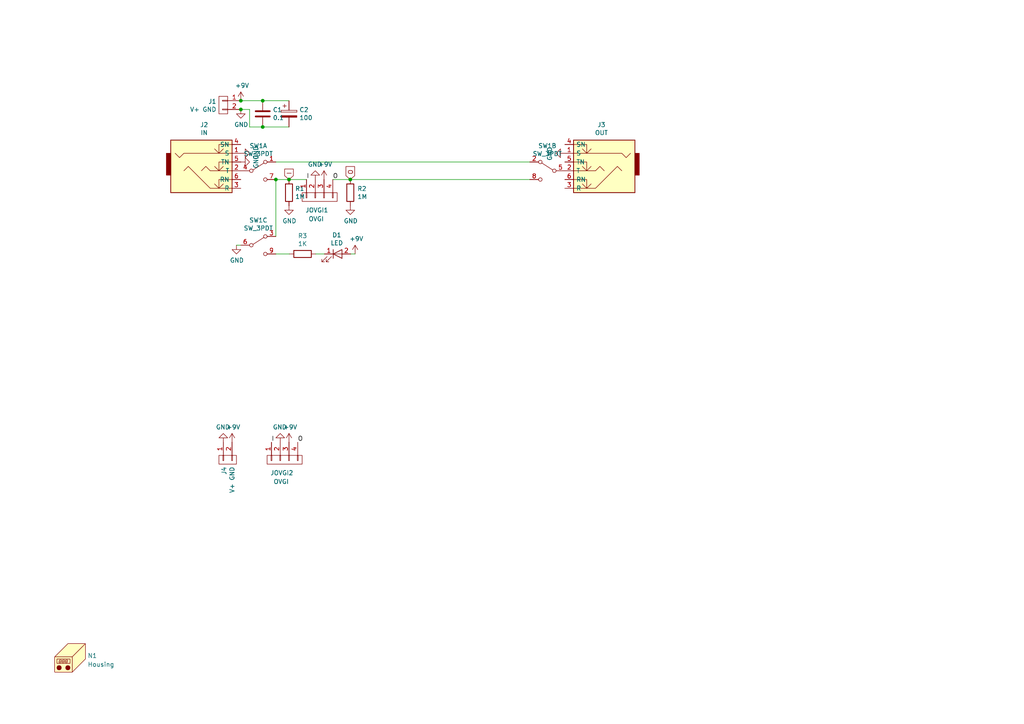
<source format=kicad_sch>
(kicad_sch (version 20230121) (generator eeschema)
  (paper "A4")
  (lib_symbols
    (symbol "1590B-rescue:C-device" (pin_numbers hide) (pin_names (offset 0.254))
      (property "Reference" "C" (at 0.635 2.54 0))
      (property "Value" "device:C" (at 0.635 -2.54 0))
      (symbol "C-device_0_1"
        (polyline (pts (xy -2.032 -0.762) (xy 2.032 -0.762)) (stroke (width 0.508)))
        (polyline (pts (xy -2.032 0.762) (xy 2.032 0.762)) (stroke (width 0.508)))
      )
      (symbol "C-device_1_1"
        (pin passive line (at 0 3.81 270) (length 2.794) (name "~") (number "1"))
        (pin passive line (at 0 -3.81 90) (length 2.794) (name "~") (number "2"))
      )
    )
    (symbol "1590B-rescue:CONN_01X02-conn" (pin_names (offset 1.016) hide)
      (property "Reference" "J" (at 0 3.81 0))
      (property "Value" "conn:CONN_01X02" (at 2.54 0 90))
      (symbol "CONN_01X02-conn_0_1"
        (rectangle (start -1.27 -1.143) (end 0.254 -1.397))
        (rectangle (start -1.27 1.397) (end 0.254 1.143))
        (rectangle (start -1.27 2.54) (end 1.27 -2.54))
      )
      (symbol "CONN_01X02-conn_1_1"
        (pin passive line (at -5.08 1.27 0) (length 3.81) (name "P1") (number "1"))
        (pin passive line (at -5.08 -1.27 0) (length 3.81) (name "P2") (number "2"))
      )
    )
    (symbol "1590B-rescue:CONN_01X04-conn" (pin_names (offset 1.016) hide)
      (property "Reference" "J" (at 0 6.35 0))
      (property "Value" "conn:CONN_01X04" (at 2.54 0 90))
      (symbol "CONN_01X04-conn_0_1"
        (rectangle (start -1.27 -3.683) (end 0.254 -3.937))
        (rectangle (start -1.27 -1.143) (end 0.254 -1.397))
        (rectangle (start -1.27 1.397) (end 0.254 1.143))
        (rectangle (start -1.27 3.937) (end 0.254 3.683))
        (rectangle (start -1.27 5.08) (end 1.27 -5.08))
      )
      (symbol "CONN_01X04-conn_1_1"
        (pin passive line (at -5.08 3.81 0) (length 3.81) (name "P1") (number "1"))
        (pin passive line (at -5.08 1.27 0) (length 3.81) (name "P2") (number "2"))
        (pin passive line (at -5.08 -1.27 0) (length 3.81) (name "P3") (number "3"))
        (pin passive line (at -5.08 -3.81 0) (length 3.81) (name "P4") (number "4"))
      )
    )
    (symbol "1590B-rescue:CP-device" (pin_numbers hide) (pin_names (offset 0.254))
      (property "Reference" "C" (at 0.635 2.54 0))
      (property "Value" "device:CP" (at 0.635 -2.54 0))
      (symbol "CP-device_0_1"
        (rectangle (start -2.286 0.508) (end -2.286 1.016))
        (rectangle (start -2.286 0.508) (end 2.286 0.508))
        (polyline (pts (xy -1.778 2.286) (xy -0.762 2.286)))
        (polyline (pts (xy -1.27 2.794) (xy -1.27 1.778)))
        (rectangle (start 2.286 -0.508) (end -2.286 -1.016) (fill (type outline)))
        (rectangle (start 2.286 1.016) (end -2.286 1.016))
        (rectangle (start 2.286 1.016) (end 2.286 0.508))
      )
      (symbol "CP-device_1_1"
        (pin passive line (at 0 3.81 270) (length 2.794) (name "~") (number "1"))
        (pin passive line (at 0 -3.81 90) (length 2.794) (name "~") (number "2"))
      )
    )
    (symbol "1590B-rescue:JACK_TRS_6PINS-conn" (pin_names (offset 0.762))
      (property "Reference" "J" (at 0 10.16 0))
      (property "Value" "conn:JACK_TRS_6PINS" (at -1.27 -7.62 0))
      (symbol "JACK_TRS_6PINS-conn_0_0"
        (polyline (pts (xy 3.81 -5.08) (xy 3.81 -2.54) (xy 7.62 -2.54)))
        (polyline (pts (xy 3.81 0) (xy 3.81 2.54) (xy 7.62 2.54)))
        (polyline (pts (xy 3.81 5.08) (xy 3.81 7.62) (xy 7.62 7.62)))
        (polyline (pts (xy -8.89 5.08) (xy -7.62 3.81) (xy -6.35 5.08) (xy 7.62 5.08)))
        (polyline (pts (xy -6.35 0) (xy -5.08 1.27) (xy 1.27 -5.08) (xy 7.62 -5.08)))
      )
      (symbol "JACK_TRS_6PINS-conn_0_1"
        (rectangle (start -11.43 5.08) (end -10.16 -1.27) (fill (type outline)))
        (polyline (pts (xy 1.27 0) (xy 7.62 0)))
        (polyline (pts (xy 1.27 0) (xy 0 1.27) (xy -1.27 0) (xy -1.27 0)))
        (polyline (pts (xy 2.54 -3.81) (xy 3.81 -5.08) (xy 5.08 -3.81) (xy 5.08 -3.81)))
        (polyline (pts (xy 2.54 1.27) (xy 3.81 0) (xy 5.08 1.27) (xy 5.08 1.27)))
        (polyline (pts (xy 2.54 6.35) (xy 3.81 5.08) (xy 5.08 6.35) (xy 5.08 6.35)))
        (rectangle (start 7.62 -6.35) (end -10.16 8.89) (stroke (width 0.254)) (fill (type background)))
      )
      (symbol "JACK_TRS_6PINS-conn_1_1"
        (pin passive line (at 10.16 5.08 180) (length 2.54) (name "S") (number "1"))
        (pin passive line (at 10.16 0 180) (length 2.54) (name "T") (number "2"))
        (pin passive line (at 10.16 -5.08 180) (length 2.54) (name "R") (number "3"))
        (pin passive line (at 10.16 7.62 180) (length 2.54) (name "SN") (number "4"))
        (pin passive line (at 10.16 2.54 180) (length 2.54) (name "TN") (number "5"))
        (pin passive line (at 10.16 -2.54 180) (length 2.54) (name "RN") (number "6"))
      )
    )
    (symbol "1590B-rescue:LED-device" (pin_names (offset 1.016) hide)
      (property "Reference" "D" (at 0 2.54 0))
      (property "Value" "device:LED" (at 0 -2.54 0))
      (symbol "LED-device_0_1"
        (polyline (pts (xy -1.27 -1.27) (xy -1.27 1.27)) (stroke (width 0.2032)))
        (polyline (pts (xy -1.27 0) (xy 1.27 0)))
        (polyline (pts (xy 1.27 -1.27) (xy 1.27 1.27) (xy -1.27 0) (xy 1.27 -1.27)) (stroke (width 0.2032)))
        (polyline (pts (xy -3.048 -0.762) (xy -4.572 -2.286) (xy -3.81 -2.286) (xy -4.572 -2.286) (xy -4.572 -1.524)))
        (polyline (pts (xy -1.778 -0.762) (xy -3.302 -2.286) (xy -2.54 -2.286) (xy -3.302 -2.286) (xy -3.302 -1.524)))
      )
      (symbol "LED-device_1_1"
        (pin passive line (at -3.81 0 0) (length 2.54) (name "K") (number "1"))
        (pin passive line (at 3.81 0 180) (length 2.54) (name "A") (number "2"))
      )
    )
    (symbol "1590B-rescue:R-device" (pin_numbers hide) (pin_names (offset 0))
      (property "Reference" "R" (at 2.032 0 90))
      (property "Value" "device:R" (at 0 0 90))
      (symbol "R-device_0_1"
        (rectangle (start -1.016 -2.54) (end 1.016 2.54) (stroke (width 0.254)))
      )
      (symbol "R-device_1_1"
        (pin passive line (at 0 3.81 270) (length 1.27) (name "~") (number "1"))
        (pin passive line (at 0 -3.81 90) (length 1.27) (name "~") (number "2"))
      )
    )
    (symbol "1590B-rescue:SW_3PDT-switches" (pin_names (offset 0) hide)
      (property "Reference" "SW" (at 0 4.318 0))
      (property "Value" "switches:SW_3PDT" (at 0 -5.08 0))
      (symbol "SW_3PDT-switches_0_0"
        (circle (center -2.032 0) (radius 0.508))
        (circle (center 2.032 -2.54) (radius 0.508))
      )
      (symbol "SW_3PDT-switches_0_1"
        (polyline (pts (xy -1.524 0.254) (xy 1.651 2.286)))
        (circle (center 2.032 2.54) (radius 0.508))
      )
      (symbol "SW_3PDT-switches_1_1"
        (pin passive line (at 5.08 2.54 180) (length 2.54) (name "A") (number "1"))
        (pin passive line (at -5.08 0 0) (length 2.54) (name "B") (number "4"))
        (pin passive line (at 5.08 -2.54 180) (length 2.54) (name "C") (number "7"))
      )
      (symbol "SW_3PDT-switches_2_1"
        (pin passive line (at 5.08 2.54 180) (length 2.54) (name "A") (number "2"))
        (pin passive line (at -5.08 0 0) (length 2.54) (name "B") (number "5"))
        (pin passive line (at 5.08 -2.54 180) (length 2.54) (name "C") (number "8"))
      )
      (symbol "SW_3PDT-switches_3_1"
        (pin passive line (at 5.08 2.54 180) (length 2.54) (name "A") (number "3"))
        (pin passive line (at -5.08 0 0) (length 2.54) (name "B") (number "6"))
        (pin passive line (at 5.08 -2.54 180) (length 2.54) (name "C") (number "9"))
      )
    )
    (symbol "Mechanical:Housing" (pin_names (offset 1.016))
      (property "Reference" "N" (at 3.81 0 0))
      (property "Value" "Housing" (at 3.81 -1.905 0))
      (symbol "Housing_0_1"
        (rectangle (start -5.08 -0.635) (end -1.27 -1.905))
        (circle (center -4.445 -3.175) (radius 0.635) (fill (type outline)))
        (circle (center -1.905 -3.175) (radius 0.635) (fill (type outline)))
        (polyline (pts (xy -4.5212 -1.5748) (xy -4.4704 -1.3716)))
        (polyline (pts (xy -4.4196 -1.6764) (xy -4.064 -1.6764)))
        (polyline (pts (xy -4.4196 -1.2192) (xy -4.3688 -0.9652)))
        (polyline (pts (xy -4.318 -1.3208) (xy -4.0132 -1.3208)))
        (polyline (pts (xy -4.2164 -0.9144) (xy -3.9116 -0.9144)))
        (polyline (pts (xy -3.9116 -1.6256) (xy -3.8608 -1.3716)))
        (polyline (pts (xy -3.81 -1.2192) (xy -3.7592 -0.9652)))
        (polyline (pts (xy -3.6068 -1.5748) (xy -3.556 -1.3716)))
        (polyline (pts (xy -3.5052 -1.6764) (xy -3.1496 -1.6764)))
        (polyline (pts (xy -3.5052 -1.2192) (xy -3.4544 -0.9652)))
        (polyline (pts (xy -3.4036 -1.3208) (xy -3.0988 -1.3208)))
        (polyline (pts (xy -3.302 -0.9144) (xy -2.9972 -0.9144)))
        (polyline (pts (xy -2.9972 -1.6256) (xy -2.9464 -1.3716)))
        (polyline (pts (xy -2.8956 -1.2192) (xy -2.8448 -0.9652)))
        (polyline (pts (xy -2.6924 -1.5748) (xy -2.6416 -1.3716)))
        (polyline (pts (xy -2.5908 -1.6764) (xy -2.2352 -1.6764)))
        (polyline (pts (xy -2.5908 -1.2192) (xy -2.54 -0.9652)))
        (polyline (pts (xy -2.4892 -1.3208) (xy -2.1844 -1.3208)))
        (polyline (pts (xy -2.3876 -0.9144) (xy -2.0828 -0.9144)))
        (polyline (pts (xy -2.0828 -1.6256) (xy -2.032 -1.3716)))
        (polyline (pts (xy -1.9812 -1.2192) (xy -1.9304 -0.9652)))
        (polyline (pts (xy -0.635 0) (xy -0.635 -4.445)))
        (polyline (pts (xy -5.715 0) (xy -0.635 0) (xy 3.175 3.81)))
        (polyline (pts (xy -5.715 0) (xy -5.715 -4.445) (xy -0.635 -4.445) (xy 3.175 -0.635) (xy 3.175 3.81) (xy -1.905 3.81) (xy -5.715 0)) (fill (type background)))
      )
    )
    (symbol "power:+9V" (power) (pin_names (offset 0))
      (property "Value" "+9V" (at 0 3.556 0))
      (symbol "+9V_0_1"
        (polyline (pts (xy -0.762 1.27) (xy 0 2.54)))
        (polyline (pts (xy 0 0) (xy 0 2.54)))
        (polyline (pts (xy 0 2.54) (xy 0.762 1.27)))
      )
      (symbol "+9V_1_1"
        (pin power_in line (at 0 0 90) (length 0) hide (name "+9V") (number "1"))
      )
    )
    (symbol "power:GND" (power) (pin_names (offset 0))
      (property "Value" "GND" (at 0 -3.81 0))
      (symbol "GND_0_1"
        (polyline (pts (xy 0 0) (xy 0 -1.27) (xy 1.27 -1.27) (xy 0 -2.54) (xy -1.27 -1.27) (xy 0 -1.27)))
      )
      (symbol "GND_1_1"
        (pin power_in line (at 0 0 270) (length 0) hide (name "GND") (number "1"))
      )
    )
  )
  (junction (at 76.2 36.83))
  (junction (at 101.6 52.07))
  (junction (at 80.01 52.07))
  (junction (at 83.82 52.07))
  (junction (at 69.85 31.75))
  (junction (at 69.85 29.21))
  (junction (at 76.2 29.21))
  (wire (pts (xy 72.39 36.83) (xy 76.2 36.83)))
  (wire (pts (xy 80.01 52.07) (xy 83.82 52.07)))
  (wire (pts (xy 72.39 31.75) (xy 72.39 36.83)))
  (wire (pts (xy 69.85 71.12) (xy 68.58 71.12)))
  (wire (pts (xy 69.85 31.75) (xy 72.39 31.75)))
  (wire (pts (xy 153.67 52.07) (xy 101.6 52.07)))
  (wire (pts (xy 83.947 73.66) (xy 80.01 73.66)))
  (wire (pts (xy 80.01 52.07) (xy 80.01 68.58)))
  (wire (pts (xy 80.01 46.99) (xy 153.67 46.99)))
  (wire (pts (xy 83.82 52.07) (xy 88.9 52.07)))
  (wire (pts (xy 76.2 36.83) (xy 83.82 36.83)))
  (wire (pts (xy 96.52 52.07) (xy 101.6 52.07)))
  (wire (pts (xy 83.82 29.21) (xy 76.2 29.21)))
  (wire (pts (xy 76.2 29.21) (xy 69.85 29.21)))
  (wire (pts (xy 101.727 73.66) (xy 102.997 73.66)))
  (wire (pts (xy 94.107 73.66) (xy 91.567 73.66)))
  (label "O" (at 96.52 52.07 0))
  (label "I" (at 88.9 52.07 0))
  (label "I" (at 78.74 128.27 0))
  (label "O" (at 86.36 128.27 0))
  (global_label "I" (shape input) (at 83.82 52.07 90) (property "Intersheetrefs" "${INTERSHEET_REFS}" (effects hide)))
  (global_label "O" (shape input) (at 101.6 52.07 90) (property "Intersheetrefs" "${INTERSHEET_REFS}" (effects hide)))
  (symbol (lib_id "1590B-rescue:JACK_TRS_6PINS-conn") (at 173.99 49.53 0) (mirror y) (unit 1)
    (property "Reference" "J3" (at 174.4472 36.195 0))
    (property "Value" "OUT" (at 174.4472 38.5064 0))
    (property "Footprint" "Connectors:NMJ6HCD2" (effects hide))
    (instances (project "Rebote2.5" (path "" (reference "J3") (unit 1)) (path "" (reference "J4") (unit 1))))
  )
  (symbol (lib_id "1590B-rescue:R-device") (at 83.82 55.88 0) (unit 1)
    (property "Reference" "R1" (at 85.598 54.7116 0) (effects (justify left)))
    (property "Value" "1M" (at 85.598 57.023 0) (effects (justify left)))
    (property "Footprint" "Resistors_ThroughHole:Resistor_Horizontal_RM7mm" (effects hide))
    (instances (project "Rebote2.5" (path "" (reference "R1") (unit 1)) (path "" (reference "R22") (unit 1))))
  )
  (symbol (lib_id "1590B-rescue:R-device") (at 101.6 55.88 0) (unit 1)
    (property "Reference" "R2" (at 103.632 54.737 0) (effects (justify left)))
    (property "Value" "1M" (at 103.632 57.0484 0) (effects (justify left)))
    (property "Footprint" "Resistors_ThroughHole:Resistor_Horizontal_RM7mm" (effects hide))
    (instances (project "Rebote2.5" (path "" (reference "R2") (unit 1)) (path "" (reference "R24") (unit 1))))
  )
  (symbol (lib_id "1590B-rescue:C-device") (at 76.2 33.02 180) (unit 1)
    (property "Reference" "C1" (at 79.121 31.8516 0) (effects (justify right)))
    (property "Value" "0.1" (at 79.121 34.163 0) (effects (justify right)))
    (property "Footprint" "Capacitors_ThroughHole:C_Rect_L7_W3.5_P5" (effects hide))
    (instances (project "Rebote2.5" (path "" (reference "C1") (unit 1)) (path "" (reference "C23") (unit 1))))
  )
  (symbol (lib_id "1590B-rescue:CONN_01X04-conn") (at 82.55 133.35 90) (mirror x) (unit 1)
    (property "Reference" "JOVGI2" (at 85.09 137.16 90) (effects (justify left)))
    (property "Value" "OVGI" (at 83.82 139.7 90) (effects (justify left)))
    (property "Footprint" "Pin_Headers:Pin_Header_Straight_1x04_Pitch2.54mm" (effects hide))
    (instances (project "Rebote2.5" (path "" (reference "JOVGI2") (unit 1)) (path "" (reference "JOVGI1") (unit 1))))
  )
  (symbol (lib_id "power:GND") (at 83.82 59.69 0) (unit 1)
    (property "Reference" "#PWR05" (effects hide))
    (property "Value" "GND" (at 83.947 64.0842 0))
    (instances (project "Rebote2.5" (path "" (reference "#PWR05") (unit 1)) (path "" (reference "#PWR036") (unit 1))))
  )
  (symbol (lib_id "1590B-rescue:SW_3PDT-switches") (at 74.93 71.12 0) (unit 3)
    (property "Reference" "SW1" (at 74.93 63.881 0))
    (property "Value" "SW_3PDT" (at 74.93 66.1924 0))
    (property "Footprint" "KiCad Lib:3PDT-Footswitch" (effects hide))
  )
  (symbol (lib_id "power:GND") (at 64.77 128.27 180) (unit 1)
    (property "Reference" "#PWR014" (effects hide))
    (property "Value" "GND" (at 64.643 123.8758 0))
    (instances (project "Rebote2.5" (path "" (reference "#PWR014") (unit 1)) (path "" (reference "#PWR028") (unit 1))))
  )
  (symbol (lib_id "power:GND") (at 69.85 44.45 90) (unit 1)
    (property "Reference" "#PWR011" (effects hide))
    (property "Value" "GND" (at 74.2442 44.323 0))
    (instances (project "Rebote2.5" (path "" (reference "#PWR011") (unit 1)) (path "" (reference "#PWR033") (unit 1))))
  )
  (symbol (lib_id "power:+9V") (at 102.997 73.66 0) (unit 1)
    (property "Reference" "#PWR08" (effects hide))
    (property "Value" "+9V" (at 103.378 69.2658 0))
    (instances (project "Rebote2.5" (path "" (reference "#PWR08") (unit 1)) (path "" (reference "#PWR040") (unit 1))))
  )
  (symbol (lib_id "Mechanical:Housing") (at 21.59 190.5 0) (unit 1)
    (property "Reference" "N1" (at 25.4 190.1825 0) (effects (justify left)))
    (property "Value" "Housing" (at 25.4 192.7225 0) (effects (justify left)))
    (property "Footprint" "Pedal-Components:1590B" (effects hide))
  )
  (symbol (lib_id "power:+9V") (at 67.31 128.27 0) (unit 1)
    (property "Reference" "#PWR015" (effects hide))
    (property "Value" "+9V" (at 67.691 123.8758 0))
    (instances (project "Rebote2.5" (path "" (reference "#PWR015") (unit 1)) (path "" (reference "#PWR029") (unit 1))))
  )
  (symbol (lib_id "power:+9V") (at 69.85 29.21 0) (unit 1)
    (property "Reference" "#PWR01" (effects hide))
    (property "Value" "+9V" (at 70.231 24.8158 0))
    (instances (project "Rebote2.5" (path "" (reference "#PWR01") (unit 1)) (path "" (reference "#PWR031") (unit 1))))
  )
  (symbol (lib_id "1590B-rescue:CONN_01X02-conn") (at 64.77 30.48 0) (mirror y) (unit 1)
    (property "Reference" "J1" (at 62.7888 29.4386 0) (effects (justify left)))
    (property "Value" "V+ GND" (at 62.7888 31.75 0) (effects (justify left)))
    (property "Footprint" "Pin_Headers:Pin_Header_Straight_1x02_Pitch2.54mm" (effects hide))
    (instances (project "Rebote2.5" (path "" (reference "J1") (unit 1)) (path "" (reference "J2") (unit 1))))
  )
  (symbol (lib_id "power:GND") (at 101.6 59.69 0) (unit 1)
    (property "Reference" "#PWR06" (effects hide))
    (property "Value" "GND" (at 101.727 64.0842 0))
    (instances (project "Rebote2.5" (path "" (reference "#PWR06") (unit 1)) (path "" (reference "#PWR041") (unit 1))))
  )
  (symbol (lib_id "1590B-rescue:R-device") (at 87.757 73.66 270) (unit 1)
    (property "Reference" "R3" (at 87.757 68.4022 90))
    (property "Value" "1K" (at 87.757 70.7136 90))
    (property "Footprint" "Resistors_ThroughHole:Resistor_Horizontal_RM7mm" (effects hide))
    (instances (project "Rebote2.5" (path "" (reference "R3") (unit 1)) (path "" (reference "R23") (unit 1))))
  )
  (symbol (lib_id "power:+9V") (at 93.98 52.07 0) (unit 1)
    (property "Reference" "#PWR04" (effects hide))
    (property "Value" "+9V" (at 94.361 47.6758 0))
    (instances (project "Rebote2.5" (path "" (reference "#PWR04") (unit 1)) (path "" (reference "#PWR039") (unit 1))))
  )
  (symbol (lib_id "1590B-rescue:SW_3PDT-switches") (at 74.93 49.53 0) (unit 1)
    (property "Reference" "SW1" (at 74.93 42.291 0))
    (property "Value" "SW_3PDT" (at 74.93 44.6024 0))
    (property "Footprint" "KiCad Lib:3PDT-Footswitch" (effects hide))
  )
  (symbol (lib_id "1590B-rescue:JACK_TRS_6PINS-conn") (at 59.69 49.53 0) (unit 1)
    (property "Reference" "J2" (at 59.2074 36.195 0))
    (property "Value" "IN" (at 59.2074 38.5064 0))
    (property "Footprint" "Connectors:NMJ6HCD2" (effects hide))
    (instances (project "Rebote2.5" (path "" (reference "J2") (unit 1)) (path "" (reference "J1") (unit 1))))
  )
  (symbol (lib_id "power:GND") (at 69.85 46.99 90) (unit 1)
    (property "Reference" "#PWR013" (effects hide))
    (property "Value" "GND" (at 74.2442 46.863 0))
    (instances (project "Rebote2.5" (path "" (reference "#PWR013") (unit 1)) (path "" (reference "#PWR034") (unit 1))))
  )
  (symbol (lib_id "power:+9V") (at 83.82 128.27 0) (unit 1)
    (property "Reference" "#PWR010" (effects hide))
    (property "Value" "+9V" (at 84.201 123.8758 0))
    (instances (project "Rebote2.5" (path "" (reference "#PWR010") (unit 1)) (path "" (reference "#PWR037") (unit 1))))
  )
  (symbol (lib_id "power:GND") (at 81.28 128.27 180) (unit 1)
    (property "Reference" "#PWR09" (effects hide))
    (property "Value" "GND" (at 81.153 123.8758 0))
    (instances (project "Rebote2.5" (path "" (reference "#PWR09") (unit 1)) (path "" (reference "#PWR035") (unit 1))))
  )
  (symbol (lib_id "power:GND") (at 163.83 44.45 270) (unit 1)
    (property "Reference" "#PWR012" (effects hide))
    (property "Value" "GND" (at 159.4358 44.577 0))
    (instances (project "Rebote2.5" (path "" (reference "#PWR012") (unit 1)) (path "" (reference "#PWR042") (unit 1))))
  )
  (symbol (lib_id "power:GND") (at 68.58 71.12 0) (unit 1)
    (property "Reference" "#PWR07" (effects hide))
    (property "Value" "GND" (at 68.707 75.5142 0))
    (instances (project "Rebote2.5" (path "" (reference "#PWR07") (unit 1)) (path "" (reference "#PWR030") (unit 1))))
  )
  (symbol (lib_id "power:GND") (at 91.44 52.07 180) (unit 1)
    (property "Reference" "#PWR03" (effects hide))
    (property "Value" "GND" (at 91.313 47.6758 0))
    (instances (project "Rebote2.5" (path "" (reference "#PWR03") (unit 1)) (path "" (reference "#PWR038") (unit 1))))
  )
  (symbol (lib_id "1590B-rescue:CONN_01X02-conn") (at 66.04 133.35 90) (mirror x) (unit 1)
    (property "Reference" "J4" (at 64.9986 135.3312 0) (effects (justify left)))
    (property "Value" "V+ GND" (at 67.31 135.3312 0) (effects (justify left)))
    (property "Footprint" "Pin_Headers:Pin_Header_Straight_1x02_Pitch2.54mm" (effects hide))
    (instances (project "Rebote2.5" (path "" (reference "J4") (unit 1)) (path "" (reference "J3") (unit 1))))
  )
  (symbol (lib_id "1590B-rescue:LED-device") (at 97.917 73.66 0) (unit 1)
    (property "Reference" "D1" (at 97.6884 68.1736 0))
    (property "Value" "LED" (at 97.6884 70.485 0))
    (property "Footprint" "LEDs:LED-5MM" (effects hide))
  )
  (symbol (lib_id "1590B-rescue:CP-device") (at 83.82 33.02 0) (unit 1)
    (property "Reference" "C2" (at 86.8172 31.8516 0) (effects (justify left)))
    (property "Value" "100" (at 86.8172 34.163 0) (effects (justify left)))
    (property "Footprint" "Capacitors_THT:CP_Radial_D8.0mm_P2.50mm" (effects hide))
    (instances (project "Rebote2.5" (path "" (reference "C2") (unit 1)) (path "" (reference "C24") (unit 1))))
  )
  (symbol (lib_id "power:GND") (at 69.85 31.75 0) (unit 1)
    (property "Reference" "#PWR02" (effects hide))
    (property "Value" "GND" (at 69.977 36.1442 0))
    (instances (project "Rebote2.5" (path "" (reference "#PWR02") (unit 1)) (path "" (reference "#PWR032") (unit 1))))
  )
  (symbol (lib_id "1590B-rescue:SW_3PDT-switches") (at 158.75 49.53 0) (mirror y) (unit 2)
    (property "Reference" "SW1" (at 158.75 42.291 0))
    (property "Value" "SW_3PDT" (at 158.75 44.6024 0))
    (property "Footprint" "KiCad Lib:3PDT-Footswitch" (effects hide))
  )
  (symbol (lib_id "1590B-rescue:CONN_01X04-conn") (at 92.71 57.15 90) (mirror x) (unit 1)
    (property "Reference" "JOVGI1" (at 95.25 60.96 90) (effects (justify left)))
    (property "Value" "OVGI" (at 93.98 63.5 90) (effects (justify left)))
    (property "Footprint" "Pin_Headers:Pin_Header_Straight_1x04_Pitch2.54mm" (effects hide))
    (instances (project "Rebote2.5" (path "" (reference "JOVGI1") (unit 1)) (path "" (reference "JOVGI2") (unit 1))))
  )
)
</source>
